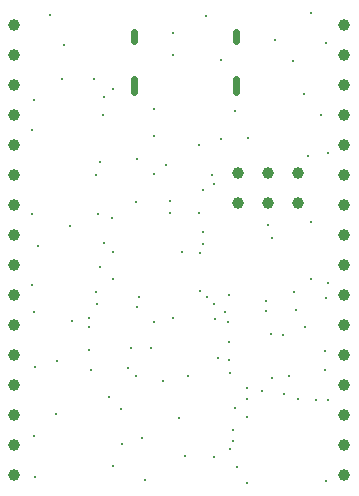
<source format=gbr>
%TF.GenerationSoftware,KiCad,Pcbnew,9.0.4*%
%TF.CreationDate,2025-09-10T14:27:09+01:00*%
%TF.ProjectId,MicroPython,4d696372-6f50-4797-9468-6f6e2e6b6963,rev?*%
%TF.SameCoordinates,Original*%
%TF.FileFunction,Plated,1,4,PTH,Mixed*%
%TF.FilePolarity,Positive*%
%FSLAX46Y46*%
G04 Gerber Fmt 4.6, Leading zero omitted, Abs format (unit mm)*
G04 Created by KiCad (PCBNEW 9.0.4) date 2025-09-10 14:27:09*
%MOMM*%
%LPD*%
G01*
G04 APERTURE LIST*
%TA.AperFunction,ViaDrill*%
%ADD10C,0.220000*%
%TD*%
G04 aperture for slot hole*
%TA.AperFunction,ComponentDrill*%
%ADD11C,0.600000*%
%TD*%
%TA.AperFunction,ComponentDrill*%
%ADD12C,1.000000*%
%TD*%
G04 APERTURE END LIST*
D10*
X129794000Y-104902000D03*
X129794000Y-112014000D03*
X129794000Y-117983000D03*
X129921000Y-102362000D03*
X129921000Y-120269000D03*
X129921000Y-130810000D03*
X130048000Y-124968000D03*
X130048000Y-134239000D03*
X130302000Y-114681000D03*
X131318000Y-95123000D03*
X131826000Y-128905000D03*
X131873440Y-124458000D03*
X132334000Y-100584000D03*
X132461000Y-97663000D03*
X132969000Y-113030000D03*
X133139431Y-121061573D03*
X134570000Y-120788666D03*
X134620000Y-121537000D03*
X134620000Y-123507000D03*
X134747000Y-125222000D03*
X135001000Y-100584000D03*
X135199832Y-108712000D03*
X135199832Y-118616000D03*
X135255000Y-119634000D03*
X135382000Y-112014000D03*
X135509000Y-107569000D03*
X135509000Y-116459000D03*
X135763000Y-103632000D03*
X135890000Y-102108000D03*
X135890000Y-114427000D03*
X136271000Y-127506000D03*
X136548720Y-112312720D03*
X136588500Y-115187000D03*
X136588500Y-117475000D03*
X136588500Y-133284500D03*
X136593022Y-101364106D03*
X137287000Y-128522000D03*
X137414000Y-131445000D03*
X137909210Y-124990958D03*
X138176000Y-123317000D03*
X138557000Y-110998000D03*
X138557000Y-125730000D03*
X138684000Y-107315000D03*
X138684000Y-119888000D03*
X138780000Y-119049000D03*
X139077797Y-130940660D03*
X139319000Y-134493000D03*
X139827000Y-123317000D03*
X140081000Y-103124000D03*
X140081000Y-105410000D03*
X140081000Y-108585000D03*
X140081000Y-121158000D03*
X140843000Y-126111000D03*
X141097000Y-107823000D03*
X141478000Y-110871000D03*
X141478000Y-111885000D03*
X141732000Y-96647000D03*
X141732000Y-98552000D03*
X141732000Y-120777000D03*
X142240000Y-129284000D03*
X142494000Y-115187000D03*
X142748000Y-132461000D03*
X143002000Y-125730000D03*
X143891000Y-106172000D03*
X143891000Y-111887000D03*
X144018000Y-115314000D03*
X144018000Y-118489000D03*
X144272000Y-109980000D03*
X144272000Y-113536000D03*
X144272000Y-114552000D03*
X144510583Y-95235447D03*
X144529617Y-119049000D03*
X144974638Y-108710383D03*
X145161000Y-109474000D03*
X145161000Y-119634000D03*
X145161000Y-132588000D03*
X145288000Y-120904000D03*
X145542000Y-124206000D03*
X145796000Y-98933000D03*
X145796000Y-105664000D03*
X146125000Y-120267000D03*
X146335750Y-121124250D03*
X146431000Y-118872000D03*
X146431000Y-122807000D03*
X146431000Y-124331000D03*
X146509481Y-131902481D03*
X146558000Y-125424534D03*
X146812000Y-130300000D03*
X146812000Y-131189000D03*
X146939000Y-103251000D03*
X146939000Y-128397000D03*
X147079000Y-133361000D03*
X147955000Y-126746000D03*
X147955000Y-127635000D03*
X147955000Y-129159000D03*
X147955000Y-134747000D03*
X148082000Y-105509000D03*
X149225000Y-127000000D03*
X149527885Y-120228716D03*
X149569961Y-119320493D03*
X149733000Y-112903000D03*
X149987000Y-122174000D03*
X150114000Y-114046000D03*
X150114000Y-125855000D03*
X150368000Y-97282000D03*
X151028681Y-122263533D03*
X151130000Y-127254000D03*
X151511000Y-125730000D03*
X151892000Y-99060000D03*
X151943988Y-118547201D03*
X152096000Y-120142000D03*
X152273000Y-127635000D03*
X152781000Y-101854000D03*
X152908000Y-121539000D03*
X153162000Y-107061000D03*
X153416000Y-94996000D03*
X153416000Y-112649000D03*
X153416000Y-117475000D03*
X153797000Y-127762000D03*
X154184563Y-103632000D03*
X154559000Y-123571000D03*
X154559000Y-125222000D03*
X154686000Y-97536000D03*
X154686000Y-119126000D03*
X154686000Y-134620000D03*
X154809563Y-106807000D03*
X154813000Y-117856000D03*
X154813000Y-127762000D03*
D11*
%TO.C,J10*%
X138428000Y-96531000D02*
X138428000Y-97331000D01*
X138428000Y-100561000D02*
X138428000Y-101661000D01*
X147068000Y-96531000D02*
X147068000Y-97331000D01*
X147068000Y-100561000D02*
X147068000Y-101661000D01*
D12*
%TO.C,J9*%
X128270000Y-96012000D03*
X128270000Y-98552000D03*
X128270000Y-101092000D03*
X128270000Y-103632000D03*
X128270000Y-106172000D03*
X128270000Y-108712000D03*
X128270000Y-111252000D03*
X128270000Y-113792000D03*
X128270000Y-116332000D03*
X128270000Y-118872000D03*
X128270000Y-121412000D03*
X128270000Y-123952000D03*
X128270000Y-126492000D03*
X128270000Y-129032000D03*
X128270000Y-131572000D03*
X128270000Y-134112000D03*
%TO.C,J8*%
X147178000Y-108478000D03*
X147178000Y-111018000D03*
X149718000Y-108478000D03*
X149718000Y-111018000D03*
X152258000Y-108478000D03*
X152258000Y-111018000D03*
%TO.C,J1*%
X156210000Y-96012000D03*
X156210000Y-98552000D03*
X156210000Y-101092000D03*
X156210000Y-103632000D03*
X156210000Y-106172000D03*
X156210000Y-108712000D03*
X156210000Y-111252000D03*
X156210000Y-113792000D03*
X156210000Y-116332000D03*
X156210000Y-118872000D03*
X156210000Y-121412000D03*
X156210000Y-123952000D03*
X156210000Y-126492000D03*
X156210000Y-129032000D03*
X156210000Y-131572000D03*
X156210000Y-134112000D03*
M02*

</source>
